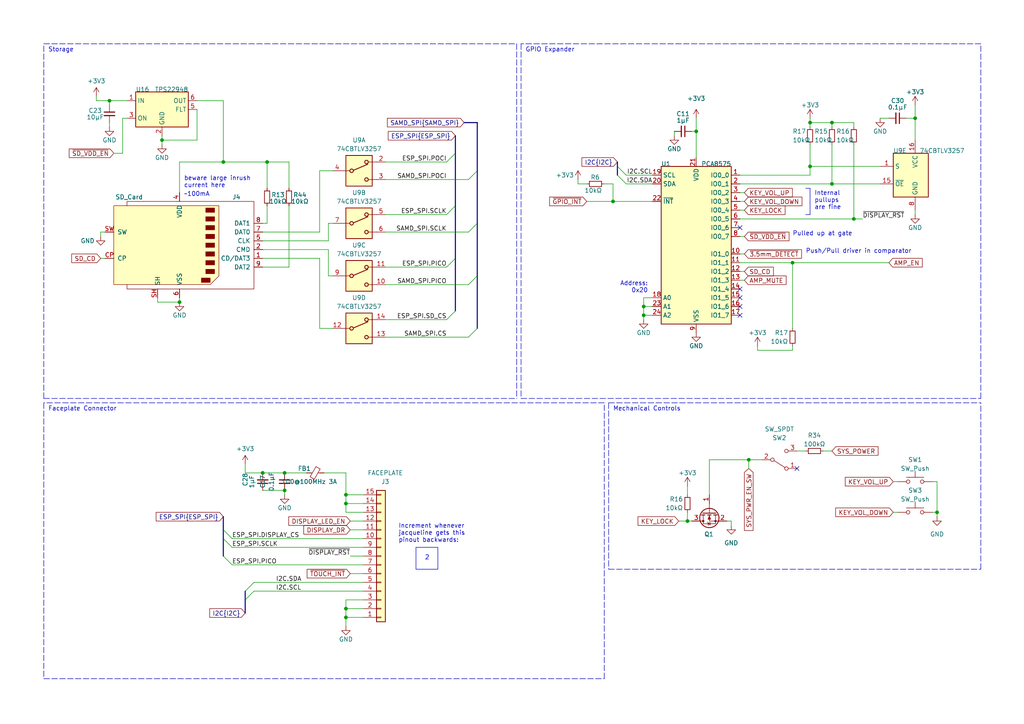
<source format=kicad_sch>
(kicad_sch (version 20230121) (generator eeschema)
  (paper "A4")
  (title_block (title "TANGARA") (date "2023-05-30") (rev "4") (company "made by jacqueline") (comment 1 "SPDX-License-Identifier: CERN-OHL-S-2.0"))
  (lib_symbols
    (symbol "74xx:74CBTLV3257"
      (property "Reference" "U" (at 17.78 1.27 0))
      (property "Value" "74CBTLV3257" (at 15.24 -1.27 0))
      (symbol "74CBTLV3257_1_1"
        (rectangle (start -3.81 4.445) (end 3.81 -4.445) (stroke (width 0.254)) (fill (type background)))
        (circle (center -2.159 0) (radius 0.508) (stroke (width 0.254)))
        (polyline (pts (xy -5.08 0) (xy -2.794 0)))
        (polyline (pts (xy -1.651 0.127) (xy 2.54 1.905)) (stroke (width 0.254)))
        (polyline (pts (xy 5.08 -2.54) (xy 2.794 -2.54)))
        (polyline (pts (xy 5.08 2.54) (xy 2.794 2.54)))
        (circle (center 2.159 -2.54) (radius 0.508) (stroke (width 0.254)))
        (circle (center 2.159 2.54) (radius 0.508) (stroke (width 0.254)))
        (pin passive line (at 7.62 2.54 180) (length 2.54) (name "~") (number "2"))
        (pin passive line (at 7.62 -2.54 180) (length 2.54) (name "~") (number "3"))
        (pin passive line (at -7.62 0 0) (length 2.54) (name "~") (number "4"))
      )
      (symbol "74CBTLV3257_2_1"
        (rectangle (start -3.81 4.445) (end 3.81 -4.445) (stroke (width 0.254)) (fill (type background)))
        (circle (center -2.159 0) (radius 0.508) (stroke (width 0.254)))
        (polyline (pts (xy -5.08 0) (xy -2.794 0)))
        (polyline (pts (xy -1.651 0.127) (xy 2.54 1.905)) (stroke (width 0.254)))
        (polyline (pts (xy 5.08 -2.54) (xy 2.794 -2.54)))
        (polyline (pts (xy 5.08 2.54) (xy 2.794 2.54)))
        (circle (center 2.159 -2.54) (radius 0.508) (stroke (width 0.254)))
        (circle (center 2.159 2.54) (radius 0.508) (stroke (width 0.254)))
        (pin passive line (at 7.62 2.54 180) (length 2.54) (name "~") (number "5"))
        (pin passive line (at 7.62 -2.54 180) (length 2.54) (name "~") (number "6"))
        (pin passive line (at -7.62 0 0) (length 2.54) (name "~") (number "7"))
      )
      (symbol "74CBTLV3257_3_1"
        (rectangle (start -3.81 4.445) (end 3.81 -4.445) (stroke (width 0.254)) (fill (type background)))
        (circle (center -2.159 0) (radius 0.508) (stroke (width 0.254)))
        (polyline (pts (xy -5.08 0) (xy -2.794 0)))
        (polyline (pts (xy -1.651 0.127) (xy 2.54 1.905)) (stroke (width 0.254)))
        (polyline (pts (xy 5.08 -2.54) (xy 2.794 -2.54)))
        (polyline (pts (xy 5.08 2.54) (xy 2.794 2.54)))
        (circle (center 2.159 -2.54) (radius 0.508) (stroke (width 0.254)))
        (circle (center 2.159 2.54) (radius 0.508) (stroke (width 0.254)))
        (pin passive line (at 7.62 -2.54 180) (length 2.54) (name "~") (number "10"))
        (pin passive line (at 7.62 2.54 180) (length 2.54) (name "~") (number "11"))
        (pin passive line (at -7.62 0 0) (length 2.54) (name "~") (number "9"))
      )
      (symbol "74CBTLV3257_4_1"
        (rectangle (start -3.81 4.445) (end 3.81 -4.445) (stroke (width 0.254)) (fill (type background)))
        (circle (center -2.159 0) (radius 0.508) (stroke (width 0.254)))
        (polyline (pts (xy -5.08 0) (xy -2.794 0)))
        (polyline (pts (xy -1.651 0.127) (xy 2.54 1.905)) (stroke (width 0.254)))
        (polyline (pts (xy 5.08 -2.54) (xy 2.794 -2.54)))
        (polyline (pts (xy 5.08 2.54) (xy 2.794 2.54)))
        (circle (center 2.159 -2.54) (radius 0.508) (stroke (width 0.254)))
        (circle (center 2.159 2.54) (radius 0.508) (stroke (width 0.254)))
        (pin passive line (at -7.62 0 0) (length 2.54) (name "~") (number "12"))
        (pin passive line (at 7.62 -2.54 180) (length 2.54) (name "~") (number "13"))
        (pin passive line (at 7.62 2.54 180) (length 2.54) (name "~") (number "14"))
      )
      (symbol "74CBTLV3257_5_1"
        (rectangle (start 3.81 6.35) (end -6.35 -6.35) (stroke (width 0.254)) (fill (type background)))
        (pin input line (at -10.16 2.54 0) (length 3.81) (name "S") (number "1"))
        (pin input line (at -10.16 -2.54 0) (length 3.81) (name "~{OE}") (number "15"))
        (pin power_in line (at 0 10.16 270) (length 3.81) (name "VCC") (number "16"))
        (pin power_in line (at 0 -10.16 90) (length 3.81) (name "GND") (number "8"))
      )
    )
    (symbol "Connector_Generic:Conn_01x15" (pin_names (offset 1.016) hide)
      (property "Reference" "J" (at 0 20.32 0))
      (property "Value" "Conn_01x15" (at 0 -20.32 0))
      (symbol "Conn_01x15_1_1"
        (rectangle (start -1.27 -17.653) (end 0 -17.907) (stroke (width 0.1524)))
        (rectangle (start -1.27 -15.113) (end 0 -15.367) (stroke (width 0.1524)))
        (rectangle (start -1.27 -12.573) (end 0 -12.827) (stroke (width 0.1524)))
        (rectangle (start -1.27 -10.033) (end 0 -10.287) (stroke (width 0.1524)))
        (rectangle (start -1.27 -7.493) (end 0 -7.747) (stroke (width 0.1524)))
        (rectangle (start -1.27 -4.953) (end 0 -5.207) (stroke (width 0.1524)))
        (rectangle (start -1.27 -2.413) (end 0 -2.667) (stroke (width 0.1524)))
        (rectangle (start -1.27 0.127) (end 0 -0.127) (stroke (width 0.1524)))
        (rectangle (start -1.27 2.667) (end 0 2.413) (stroke (width 0.1524)))
        (rectangle (start -1.27 5.207) (end 0 4.953) (stroke (width 0.1524)))
        (rectangle (start -1.27 7.747) (end 0 7.493) (stroke (width 0.1524)))
        (rectangle (start -1.27 10.287) (end 0 10.033) (stroke (width 0.1524)))
        (rectangle (start -1.27 12.827) (end 0 12.573) (stroke (width 0.1524)))
        (rectangle (start -1.27 15.367) (end 0 15.113) (stroke (width 0.1524)))
        (rectangle (start -1.27 17.907) (end 0 17.653) (stroke (width 0.1524)))
        (rectangle (start -1.27 19.05) (end 1.27 -19.05) (stroke (width 0.254)) (fill (type background)))
        (pin passive line (at -5.08 17.78 0) (length 3.81) (name "Pin_1") (number "1"))
        (pin passive line (at -5.08 -5.08 0) (length 3.81) (name "Pin_10") (number "10"))
        (pin passive line (at -5.08 -7.62 0) (length 3.81) (name "Pin_11") (number "11"))
        (pin passive line (at -5.08 -10.16 0) (length 3.81) (name "Pin_12") (number "12"))
        (pin passive line (at -5.08 -12.7 0) (length 3.81) (name "Pin_13") (number "13"))
        (pin passive line (at -5.08 -15.24 0) (length 3.81) (name "Pin_14") (number "14"))
        (pin passive line (at -5.08 -17.78 0) (length 3.81) (name "Pin_15") (number "15"))
        (pin passive line (at -5.08 15.24 0) (length 3.81) (name "Pin_2") (number "2"))
        (pin passive line (at -5.08 12.7 0) (length 3.81) (name "Pin_3") (number "3"))
        (pin passive line (at -5.08 10.16 0) (length 3.81) (name "Pin_4") (number "4"))
        (pin passive line (at -5.08 7.62 0) (length 3.81) (name "Pin_5") (number "5"))
        (pin passive line (at -5.08 5.08 0) (length 3.81) (name "Pin_6") (number "6"))
        (pin passive line (at -5.08 2.54 0) (length 3.81) (name "Pin_7") (number "7"))
        (pin passive line (at -5.08 0 0) (length 3.81) (name "Pin_8") (number "8"))
        (pin passive line (at -5.08 -2.54 0) (length 3.81) (name "Pin_9") (number "9"))
      )
    )
    (symbol "Device:C_Small" (pin_numbers hide) (pin_names (offset 0.254) hide)
      (property "Reference" "C" (at 0.254 1.778 0))
      (property "Value" "C_Small" (at 0.254 -2.032 0))
      (symbol "C_Small_0_1"
        (polyline (pts (xy -1.524 -0.508) (xy 1.524 -0.508)) (stroke (width 0.3302)))
        (polyline (pts (xy -1.524 0.508) (xy 1.524 0.508)) (stroke (width 0.3048)))
      )
      (symbol "C_Small_1_1"
        (pin passive line (at 0 2.54 270) (length 2.032) (name "~") (number "1"))
        (pin passive line (at 0 -2.54 90) (length 2.032) (name "~") (number "2"))
      )
    )
    (symbol "Device:Ferrite_Bead_Small" (pin_numbers hide) (pin_names (offset 0))
      (property "Reference" "FB" (at 1.905 1.27 0))
      (property "Value" "Device_Ferrite_Bead_Small" (at 1.905 -1.27 0))
      (symbol "Ferrite_Bead_Small_0_1"
        (polyline (pts (xy 0 -1.27) (xy 0 -0.7874)))
        (polyline (pts (xy 0 0.889) (xy 0 1.2954)))
        (polyline (pts (xy -1.8288 0.2794) (xy -1.1176 1.4986) (xy 1.8288 -0.2032) (xy 1.1176 -1.4224) (xy -1.8288 0.2794)))
      )
      (symbol "Ferrite_Bead_Small_1_1"
        (pin passive line (at 0 2.54 270) (length 1.27) (name "~") (number "1"))
        (pin passive line (at 0 -2.54 90) (length 1.27) (name "~") (number "2"))
      )
    )
    (symbol "Device:Q_NMOS_GSD" (pin_names (offset 0) hide)
      (property "Reference" "Q" (at 5.08 1.27 0))
      (property "Value" "Q_NMOS_GSD" (at 5.08 -1.27 0))
      (symbol "Q_NMOS_GSD_0_1"
        (polyline (pts (xy 0.254 0) (xy -2.54 0)))
        (polyline (pts (xy 0.254 1.905) (xy 0.254 -1.905)) (stroke (width 0.254)))
        (polyline (pts (xy 0.762 -1.27) (xy 0.762 -2.286)) (stroke (width 0.254)))
        (polyline (pts (xy 0.762 0.508) (xy 0.762 -0.508)) (stroke (width 0.254)))
        (polyline (pts (xy 0.762 2.286) (xy 0.762 1.27)) (stroke (width 0.254)))
        (polyline (pts (xy 2.54 2.54) (xy 2.54 1.778)))
        (polyline (pts (xy 2.54 -2.54) (xy 2.54 0) (xy 0.762 0)))
        (polyline (pts (xy 0.762 -1.778) (xy 3.302 -1.778) (xy 3.302 1.778) (xy 0.762 1.778)))
        (polyline (pts (xy 1.016 0) (xy 2.032 0.381) (xy 2.032 -0.381) (xy 1.016 0)) (fill (type outline)))
        (polyline (pts (xy 2.794 0.508) (xy 2.921 0.381) (xy 3.683 0.381) (xy 3.81 0.254)))
        (polyline (pts (xy 3.302 0.381) (xy 2.921 -0.254) (xy 3.683 -0.254) (xy 3.302 0.381)))
        (circle (center 1.651 0) (radius 2.794) (stroke (width 0.254)))
        (circle (center 2.54 -1.778) (radius 0.254) (fill (type outline)))
        (circle (center 2.54 1.778) (radius 0.254) (fill (type outline)))
      )
      (symbol "Q_NMOS_GSD_1_1"
        (pin input line (at -5.08 0 0) (length 2.54) (name "G") (number "1"))
        (pin passive line (at 2.54 -5.08 90) (length 2.54) (name "S") (number "2"))
        (pin passive line (at 2.54 5.08 270) (length 2.54) (name "D") (number "3"))
      )
    )
    (symbol "Device:R_Small" (pin_numbers hide) (pin_names (offset 0.254) hide)
      (property "Reference" "R" (at 0.762 0.508 0))
      (property "Value" "R_Small" (at 0.762 -1.016 0))
      (symbol "R_Small_0_1"
        (rectangle (start -0.762 1.778) (end 0.762 -1.778) (stroke (width 0.2032)))
      )
      (symbol "R_Small_1_1"
        (pin passive line (at 0 2.54 270) (length 0.762) (name "~") (number "1"))
        (pin passive line (at 0 -2.54 90) (length 0.762) (name "~") (number "2"))
      )
    )
    (symbol "Switch:SW_Push" (pin_numbers hide) (pin_names (offset 1.016) hide)
      (property "Reference" "SW" (at 1.27 2.54 0))
      (property "Value" "SW_Push" (at 0 -1.524 0))
      (symbol "SW_Push_0_1"
        (circle (center -2.032 0) (radius 0.508))
        (polyline (pts (xy 0 1.27) (xy 0 3.048)))
        (polyline (pts (xy 2.54 1.27) (xy -2.54 1.27)))
        (circle (center 2.032 0) (radius 0.508))
        (pin passive line (at -5.08 0 0) (length 2.54) (name "1") (number "1"))
        (pin passive line (at 5.08 0 180) (length 2.54) (name "2") (number "2"))
      )
    )
    (symbol "Switch:SW_SPDT" (pin_names (offset 0) hide)
      (property "Reference" "SW" (at 0 4.318 0))
      (property "Value" "SW_SPDT" (at 0 -5.08 0))
      (symbol "SW_SPDT_0_0"
        (circle (center -2.032 0) (radius 0.508))
        (circle (center 2.032 -2.54) (radius 0.508))
      )
      (symbol "SW_SPDT_0_1"
        (polyline (pts (xy -1.524 0.254) (xy 1.651 2.286)))
        (circle (center 2.032 2.54) (radius 0.508))
      )
      (symbol "SW_SPDT_1_1"
        (pin passive line (at 5.08 2.54 180) (length 2.54) (name "A") (number "1"))
        (pin passive line (at -5.08 0 0) (length 2.54) (name "B") (number "2"))
        (pin passive line (at 5.08 -2.54 180) (length 2.54) (name "C") (number "3"))
      )
    )
    (symbol "power:+3V3" (power) (pin_names (offset 0))
      (property "Value" "+3V3" (at 0 3.556 0))
      (symbol "+3V3_0_1"
        (polyline (pts (xy -0.762 1.27) (xy 0 2.54)))
        (polyline (pts (xy 0 0) (xy 0 2.54)))
        (polyline (pts (xy 0 2.54) (xy 0.762 1.27)))
      )
      (symbol "+3V3_1_1"
        (pin power_in line (at 0 0 90) (length 0) hide (name "+3V3") (number "1"))
      )
    )
    (symbol "power:GND" (power) (pin_names (offset 0))
      (property "Value" "GND" (at 0 -3.81 0))
      (symbol "GND_0_1"
        (polyline (pts (xy 0 0) (xy 0 -1.27) (xy 1.27 -1.27) (xy 0 -2.54) (xy -1.27 -1.27) (xy 0 -1.27)))
      )
      (symbol "GND_1_1"
        (pin power_in line (at 0 0 270) (length 0) hide (name "GND") (number "1"))
      )
    )
    (symbol "symbols:PCA8575BS"
      (property "Reference" "U" (at -8.89 24.13 0))
      (property "Value" "PCA8575BS" (at 6.35 24.13 0))
      (symbol "PCA8575BS_0_1"
        (rectangle (start -10.16 22.86) (end 10.16 -22.86) (stroke (width 0.254)) (fill (type background)))
      )
      (symbol "PCA8575BS_1_0"
        (pin power_in line (at 0 -25.4 90) (length 2.54) hide (name "EP") (number "25"))
      )
      (symbol "PCA8575BS_1_1"
        (pin bidirectional line (at 12.7 20.32 180) (length 2.54) (name "IO0_0") (number "1"))
        (pin bidirectional line (at 12.7 -2.54 180) (length 2.54) (name "IO1_0") (number "10"))
        (pin bidirectional line (at 12.7 -5.08 180) (length 2.54) (name "IO1_1") (number "11"))
        (pin bidirectional line (at 12.7 -7.62 180) (length 2.54) (name "IO1_2") (number "12"))
        (pin bidirectional line (at 12.7 -10.16 180) (length 2.54) (name "IO1_3") (number "13"))
        (pin bidirectional line (at 12.7 -12.7 180) (length 2.54) (name "IO1_4") (number "14"))
        (pin bidirectional line (at 12.7 -15.24 180) (length 2.54) (name "IO1_5") (number "15"))
        (pin bidirectional line (at 12.7 -17.78 180) (length 2.54) (name "IO1_6") (number "16"))
        (pin bidirectional line (at 12.7 -20.32 180) (length 2.54) (name "IO1_7") (number "17"))
        (pin input line (at -12.7 -15.24 0) (length 2.54) (name "A0") (number "18"))
        (pin input line (at -12.7 20.32 0) (length 2.54) (name "SCL") (number "19"))
        (pin bidirectional line (at 12.7 17.78 180) (length 2.54) (name "IO0_1") (number "2"))
        (pin bidirectional line (at -12.7 17.78 0) (length 2.54) (name "SDA") (number "20"))
        (pin power_in line (at 0 25.4 270) (length 2.54) (name "VDD") (number "21"))
        (pin open_collector line (at -12.7 12.7 0) (length 2.54) (name "~{INT}") (number "22"))
        (pin input line (at -12.7 -17.78 0) (length 2.54) (name "A1") (number "23"))
        (pin input line (at -12.7 -20.32 0) (length 2.54) (name "A2") (number "24"))
        (pin bidirectional line (at 12.7 15.24 180) (length 2.54) (name "IO0_2") (number "3"))
        (pin bidirectional line (at 12.7 12.7 180) (length 2.54) (name "IO0_3") (number "4"))
        (pin bidirectional line (at 12.7 10.16 180) (length 2.54) (name "IO0_4") (number "5"))
        (pin bidirectional line (at 12.7 7.62 180) (length 2.54) (name "IO0_5") (number "6"))
        (pin bidirectional line (at 12.7 5.08 180) (length 2.54) (name "IO0_6") (number "7"))
        (pin bidirectional line (at 12.7 2.54 180) (length 2.54) (name "IO0_7") (number "8"))
        (pin power_in line (at 0 -25.4 90) (length 2.54) (name "VSS") (number "9"))
      )
    )
    (symbol "symbols:SD_Card" (pin_names (offset 1.016))
      (property "Reference" "J" (at -16.51 13.97 0))
      (property "Value" "SD_Card" (at 15.24 -13.97 0))
      (symbol "SD_Card_0_1"
        (rectangle (start -8.89 -9.525) (end -6.35 -10.795) (fill (type outline)))
        (rectangle (start -8.89 -6.985) (end -6.35 -8.255) (fill (type outline)))
        (rectangle (start -8.89 -4.445) (end -6.35 -5.715) (fill (type outline)))
        (rectangle (start -8.89 -1.905) (end -6.35 -3.175) (fill (type outline)))
        (rectangle (start -8.89 0.635) (end -6.35 -0.635) (fill (type outline)))
        (rectangle (start -8.89 3.175) (end -6.35 1.905) (fill (type outline)))
        (rectangle (start -8.89 5.715) (end -6.35 4.445) (fill (type outline)))
        (rectangle (start -8.89 8.255) (end -6.35 6.985) (fill (type outline)))
        (rectangle (start -7.62 10.795) (end -5.08 9.525) (fill (type outline)))
        (polyline (pts (xy -10.16 8.89) (xy -7.62 11.43) (xy 20.32 11.43) (xy 20.32 -11.43) (xy -10.16 -11.43) (xy -10.16 8.89)) (fill (type background)))
        (polyline (pts (xy 16.51 11.43) (xy 16.51 12.7) (xy -20.32 12.7) (xy -20.32 -12.7) (xy 16.51 -12.7) (xy 16.51 -11.43)))
      )
      (symbol "SD_Card_1_1"
        (pin input line (at -22.86 3.81 0) (length 2.54) (name "CD/DAT3") (number "1"))
        (pin input line (at -22.86 1.27 0) (length 2.54) (name "CMD") (number "2"))
        (pin power_in line (at 1.27 15.24 270) (length 2.54) hide (name "VSS") (number "3"))
        (pin power_in line (at 1.27 -15.24 90) (length 2.54) (name "VDD") (number "4"))
        (pin input line (at -22.86 -1.27 0) (length 2.54) (name "CLK") (number "5"))
        (pin power_in line (at 1.27 15.24 270) (length 2.54) (name "VSS") (number "6"))
        (pin input line (at -22.86 -3.81 0) (length 2.54) (name "DAT0") (number "7"))
        (pin input line (at -22.86 -6.35 0) (length 2.54) (name "DAT1") (number "8"))
        (pin input line (at -22.86 6.35 0) (length 2.54) (name "DAT2") (number "9"))
        (pin input line (at 22.86 3.81 180) (length 2.54) (name "CP") (number "CP"))
        (pin input line (at 7.62 15.24 270) (length 2.54) (name "SH") (number "SH"))
        (pin input line (at 22.86 -3.81 180) (length 2.54) (name "SW") (number "SW"))
      )
    )
    (symbol "symbols:TPS22917DBV"
      (property "Reference" "U" (at -6.35 6.35 0))
      (property "Value" "TPS22948" (at 2.54 6.35 0))
      (symbol "TPS22917DBV_0_1"
        (rectangle (start -7.62 5.08) (end 7.62 -5.08) (stroke (width 0.254)) (fill (type background)))
      )
      (symbol "TPS22917DBV_1_1"
        (pin power_in line (at -10.16 2.54 0) (length 2.54) (name "IN") (number "1"))
        (pin power_in line (at 0 -7.62 90) (length 2.54) (name "GND") (number "2"))
        (pin input line (at -10.16 -2.54 0) (length 2.54) (name "ON") (number "3"))
        (pin no_connect line (at -7.62 0 0) (length 2.54) hide (name "NC") (number "4"))
        (pin open_collector line (at 10.16 0 180) (length 2.54) (name "FLT") (number "5"))
        (pin power_out line (at 10.16 2.54 180) (length 2.54) (name "OUT") (number "6"))
      )
    )
  )
  (junction (at 82.55 137.16))
  (junction (at 217.17 133.35))
  (junction (at 186.69 91.44))
  (junction (at 100.33 146.05))
  (junction (at 46.99 40.64))
  (junction (at 64.77 46.99))
  (junction (at 52.07 87.63))
  (junction (at 100.33 176.53))
  (junction (at 234.95 48.26))
  (junction (at 100.33 179.07))
  (junction (at 265.43 34.29))
  (junction (at 199.39 151.13))
  (junction (at 76.2 137.16))
  (junction (at 82.55 142.24))
  (junction (at 234.95 35.56))
  (junction (at 241.3 53.34))
  (junction (at 100.33 143.51))
  (junction (at 229.87 76.2))
  (junction (at 271.78 148.59))
  (junction (at 31.75 29.21))
  (junction (at 201.93 38.1))
  (junction (at 186.69 88.9))
  (junction (at 241.3 35.56))
  (junction (at 247.65 63.5))
  (junction (at 77.47 46.99))
  (junction (at 177.8 58.42))
  (no_connect (at 214.63 86.36))
  (no_connect (at 214.63 83.82))
  (no_connect (at 231.14 135.89))
  (no_connect (at 214.63 91.44))
  (no_connect (at 214.63 88.9))
  (no_connect (at 214.63 66.04))
  (bus_entry (at 67.31 158.75) (size -2.54 -2.54))
  (bus_entry (at 179.07 48.26) (size 2.54 2.54))
  (bus_entry (at 129.54 77.47) (size 2.54 -2.54))
  (bus_entry (at 129.54 92.71) (size 2.54 -2.54))
  (bus_entry (at 129.54 46.99) (size 2.54 -2.54))
  (bus_entry (at 129.54 62.23) (size 2.54 -2.54))
  (bus_entry (at 179.07 50.8) (size 2.54 2.54))
  (bus_entry (at 135.89 52.07) (size 2.54 -2.54))
  (bus_entry (at 135.89 82.55) (size 2.54 -2.54))
  (bus_entry (at 135.89 67.31) (size 2.54 -2.54))
  (bus_entry (at 67.31 163.83) (size -2.54 -2.54))
  (bus_entry (at 71.12 171.45) (size 2.54 -2.54))
  (bus_entry (at 71.12 173.99) (size 2.54 -2.54))
  (bus_entry (at 135.89 97.79) (size 2.54 -2.54))
  (bus_entry (at 67.31 156.21) (size -2.54 -2.54))
  (wire (pts (xy 186.69 88.9) (xy 186.69 91.44)))
  (wire (pts (xy 186.69 91.44) (xy 186.69 92.71)))
  (bus (pts (xy 64.77 153.67) (xy 64.77 156.21)))
  (wire (pts (xy 271.78 139.7) (xy 271.78 148.59)))
  (wire (pts (xy 67.31 156.21) (xy 105.41 156.21)))
  (polyline (pts (xy 12.7 12.7) (xy 149.86 12.7)) (stroke (width 0) (type dash)))
  (polyline (pts (xy 176.53 116.84) (xy 176.53 165.1)) (stroke (width 0) (type dash)))
  (wire (pts (xy 219.71 100.33) (xy 219.71 101.6)))
  (wire (pts (xy 93.98 137.16) (xy 100.33 137.16)))
  (wire (pts (xy 234.95 41.91) (xy 234.95 48.26)))
  (wire (pts (xy 76.2 142.24) (xy 82.55 142.24)))
  (wire (pts (xy 250.19 63.5) (xy 247.65 63.5)))
  (bus (pts (xy 134.62 35.56) (xy 138.43 35.56)))
  (polyline (pts (xy 234.95 62.23) (xy 234.95 54.61)))
  (wire (pts (xy 199.39 140.97) (xy 199.39 143.51)))
  (wire (pts (xy 100.33 179.07) (xy 105.41 179.07)))
  (bus (pts (xy 71.12 171.45) (xy 71.12 173.99)))
  (wire (pts (xy 52.07 87.63) (xy 52.07 86.36)))
  (wire (pts (xy 265.43 30.48) (xy 265.43 34.29)))
  (wire (pts (xy 201.93 34.29) (xy 201.93 38.1)))
  (wire (pts (xy 92.71 49.53) (xy 92.71 67.31)))
  (wire (pts (xy 57.15 40.64) (xy 46.99 40.64)))
  (wire (pts (xy 214.63 76.2) (xy 229.87 76.2)))
  (wire (pts (xy 57.15 29.21) (xy 64.77 29.21)))
  (wire (pts (xy 101.6 153.67) (xy 105.41 153.67)))
  (wire (pts (xy 177.8 53.34) (xy 177.8 58.42)))
  (wire (pts (xy 77.47 46.99) (xy 83.82 46.99)))
  (wire (pts (xy 217.17 135.89) (xy 217.17 133.35)))
  (wire (pts (xy 215.9 81.28) (xy 214.63 81.28)))
  (bus (pts (xy 132.08 44.45) (xy 132.08 59.69)))
  (wire (pts (xy 270.51 148.59) (xy 271.78 148.59)))
  (wire (pts (xy 234.95 50.8) (xy 234.95 48.26)))
  (wire (pts (xy 31.75 35.56) (xy 31.75 36.83)))
  (wire (pts (xy 175.26 53.34) (xy 177.8 53.34)))
  (wire (pts (xy 241.3 35.56) (xy 247.65 35.56)))
  (polyline (pts (xy 176.53 116.84) (xy 284.48 116.84)) (stroke (width 0) (type dash)))
  (wire (pts (xy 214.63 58.42) (xy 215.9 58.42)))
  (wire (pts (xy 35.56 34.29) (xy 35.56 44.45)))
  (wire (pts (xy 170.18 58.42) (xy 177.8 58.42)))
  (wire (pts (xy 217.17 133.35) (xy 205.74 133.35)))
  (wire (pts (xy 214.63 53.34) (xy 241.3 53.34)))
  (wire (pts (xy 95.25 72.39) (xy 95.25 80.01)))
  (polyline (pts (xy 151.13 12.7) (xy 151.13 115.57)) (stroke (width 0) (type dash)))
  (wire (pts (xy 199.39 151.13) (xy 200.66 151.13)))
  (wire (pts (xy 247.65 41.91) (xy 247.65 63.5)))
  (wire (pts (xy 76.2 137.16) (xy 82.55 137.16)))
  (wire (pts (xy 100.33 181.61) (xy 100.33 179.07)))
  (wire (pts (xy 67.31 158.75) (xy 105.41 158.75)))
  (wire (pts (xy 181.61 53.34) (xy 189.23 53.34)))
  (wire (pts (xy 31.75 29.21) (xy 31.75 30.48)))
  (wire (pts (xy 100.33 176.53) (xy 100.33 179.07)))
  (wire (pts (xy 92.71 74.93) (xy 92.71 95.25)))
  (wire (pts (xy 100.33 137.16) (xy 100.33 143.51)))
  (wire (pts (xy 45.72 86.36) (xy 45.72 87.63)))
  (wire (pts (xy 111.76 97.79) (xy 135.89 97.79)))
  (wire (pts (xy 167.64 53.34) (xy 170.18 53.34)))
  (wire (pts (xy 76.2 67.31) (xy 92.71 67.31)))
  (wire (pts (xy 29.21 67.31) (xy 29.21 68.58)))
  (polyline (pts (xy 151.13 115.57) (xy 284.48 115.57)) (stroke (width 0) (type dash)))
  (wire (pts (xy 71.12 137.16) (xy 76.2 137.16)))
  (wire (pts (xy 46.99 39.37) (xy 46.99 40.64)))
  (wire (pts (xy 247.65 35.56) (xy 247.65 36.83)))
  (bus (pts (xy 132.08 74.93) (xy 132.08 90.17)))
  (wire (pts (xy 189.23 88.9) (xy 186.69 88.9)))
  (wire (pts (xy 64.77 29.21) (xy 64.77 46.99)))
  (wire (pts (xy 189.23 86.36) (xy 186.69 86.36)))
  (wire (pts (xy 270.51 139.7) (xy 271.78 139.7)))
  (wire (pts (xy 200.66 38.1) (xy 201.93 38.1)))
  (bus (pts (xy 138.43 35.56) (xy 138.43 49.53)))
  (wire (pts (xy 95.25 80.01) (xy 96.52 80.01)))
  (wire (pts (xy 71.12 134.62) (xy 71.12 137.16)))
  (wire (pts (xy 229.87 100.33) (xy 229.87 101.6)))
  (bus (pts (xy 179.07 46.99) (xy 179.07 48.26)))
  (wire (pts (xy 101.6 161.29) (xy 105.41 161.29)))
  (wire (pts (xy 92.71 95.25) (xy 96.52 95.25)))
  (wire (pts (xy 33.02 44.45) (xy 35.56 44.45)))
  (wire (pts (xy 64.77 46.99) (xy 77.47 46.99)))
  (wire (pts (xy 212.09 152.4) (xy 212.09 151.13)))
  (polyline (pts (xy 284.48 165.1) (xy 284.48 116.84)) (stroke (width 0) (type dash)))
  (wire (pts (xy 215.9 68.58) (xy 214.63 68.58)))
  (wire (pts (xy 199.39 148.59) (xy 199.39 151.13)))
  (wire (pts (xy 255.27 34.29) (xy 257.81 34.29)))
  (wire (pts (xy 77.47 46.99) (xy 77.47 54.61)))
  (wire (pts (xy 196.85 151.13) (xy 199.39 151.13)))
  (wire (pts (xy 214.63 55.88) (xy 215.9 55.88)))
  (wire (pts (xy 95.25 69.85) (xy 95.25 64.77)))
  (wire (pts (xy 234.95 48.26) (xy 255.27 48.26)))
  (wire (pts (xy 214.63 50.8) (xy 234.95 50.8)))
  (wire (pts (xy 111.76 92.71) (xy 129.54 92.71)))
  (wire (pts (xy 57.15 31.75) (xy 57.15 40.64)))
  (wire (pts (xy 234.95 35.56) (xy 234.95 36.83)))
  (polyline (pts (xy 12.7 196.85) (xy 175.26 196.85)) (stroke (width 0) (type dash)))
  (wire (pts (xy 100.33 143.51) (xy 105.41 143.51)))
  (wire (pts (xy 177.8 58.42) (xy 189.23 58.42)))
  (wire (pts (xy 111.76 77.47) (xy 129.54 77.47)))
  (wire (pts (xy 111.76 52.07) (xy 135.89 52.07)))
  (wire (pts (xy 101.6 166.37) (xy 105.41 166.37)))
  (wire (pts (xy 73.66 171.45) (xy 105.41 171.45)))
  (bus (pts (xy 179.07 48.26) (xy 179.07 50.8)))
  (wire (pts (xy 195.58 38.1) (xy 195.58 39.37)))
  (wire (pts (xy 167.64 52.07) (xy 167.64 53.34)))
  (wire (pts (xy 83.82 54.61) (xy 83.82 46.99)))
  (wire (pts (xy 219.71 101.6) (xy 229.87 101.6)))
  (wire (pts (xy 212.09 151.13) (xy 210.82 151.13)))
  (wire (pts (xy 215.9 73.66) (xy 214.63 73.66)))
  (polyline (pts (xy 12.7 115.57) (xy 149.86 115.57)) (stroke (width 0) (type dash)))
  (wire (pts (xy 247.65 63.5) (xy 214.63 63.5)))
  (wire (pts (xy 205.74 133.35) (xy 205.74 143.51)))
  (bus (pts (xy 138.43 64.77) (xy 138.43 80.01)))
  (wire (pts (xy 241.3 53.34) (xy 255.27 53.34)))
  (wire (pts (xy 229.87 76.2) (xy 257.81 76.2)))
  (polyline (pts (xy 175.26 196.85) (xy 175.26 116.84)) (stroke (width 0) (type dash)))
  (wire (pts (xy 100.33 148.59) (xy 100.33 146.05)))
  (wire (pts (xy 265.43 34.29) (xy 265.43 40.64)))
  (polyline (pts (xy 12.7 115.57) (xy 12.7 12.7)) (stroke (width 0) (type dash)))
  (wire (pts (xy 105.41 146.05) (xy 100.33 146.05)))
  (polyline (pts (xy 176.53 165.1) (xy 284.48 165.1)) (stroke (width 0) (type dash)))
  (wire (pts (xy 265.43 62.23) (xy 265.43 60.96)))
  (wire (pts (xy 46.99 41.91) (xy 46.99 40.64)))
  (wire (pts (xy 111.76 82.55) (xy 135.89 82.55)))
  (polyline (pts (xy 12.7 116.84) (xy 12.7 196.85)) (stroke (width 0) (type dash)))
  (wire (pts (xy 220.98 133.35) (xy 217.17 133.35)))
  (bus (pts (xy 64.77 156.21) (xy 64.77 161.29)))
  (bus (pts (xy 132.08 39.37) (xy 132.08 44.45)))
  (wire (pts (xy 73.66 168.91) (xy 105.41 168.91)))
  (wire (pts (xy 52.07 55.88) (xy 52.07 46.99)))
  (wire (pts (xy 27.94 29.21) (xy 31.75 29.21)))
  (wire (pts (xy 111.76 67.31) (xy 135.89 67.31)))
  (polyline (pts (xy 175.26 116.84) (xy 12.7 116.84)) (stroke (width 0) (type dash)))
  (wire (pts (xy 77.47 59.69) (xy 77.47 64.77)))
  (wire (pts (xy 201.93 38.1) (xy 201.93 45.72)))
  (wire (pts (xy 234.95 35.56) (xy 241.3 35.56)))
  (wire (pts (xy 82.55 142.24) (xy 82.55 143.51)))
  (polyline (pts (xy 233.68 62.23) (xy 234.95 62.23)))
  (bus (pts (xy 132.08 59.69) (xy 132.08 74.93)))
  (wire (pts (xy 36.83 34.29) (xy 35.56 34.29)))
  (wire (pts (xy 101.6 151.13) (xy 105.41 151.13)))
  (wire (pts (xy 83.82 59.69) (xy 83.82 77.47)))
  (wire (pts (xy 96.52 49.53) (xy 92.71 49.53)))
  (wire (pts (xy 31.75 29.21) (xy 36.83 29.21)))
  (wire (pts (xy 76.2 64.77) (xy 77.47 64.77)))
  (wire (pts (xy 231.14 130.81) (xy 233.68 130.81)))
  (polyline (pts (xy 284.48 12.7) (xy 151.13 12.7)) (stroke (width 0) (type dash)))
  (wire (pts (xy 30.48 67.31) (xy 29.21 67.31)))
  (wire (pts (xy 76.2 72.39) (xy 95.25 72.39)))
  (polyline (pts (xy 233.68 54.61) (xy 234.95 54.61)))
  (wire (pts (xy 105.41 148.59) (xy 100.33 148.59)))
  (wire (pts (xy 241.3 41.91) (xy 241.3 53.34)))
  (wire (pts (xy 262.89 34.29) (xy 265.43 34.29)))
  (wire (pts (xy 100.33 173.99) (xy 100.33 176.53)))
  (wire (pts (xy 76.2 74.93) (xy 92.71 74.93)))
  (polyline (pts (xy 149.86 12.7) (xy 149.86 115.57)) (stroke (width 0) (type dash)))
  (wire (pts (xy 111.76 46.99) (xy 129.54 46.99)))
  (wire (pts (xy 215.9 78.74) (xy 214.63 78.74)))
  (wire (pts (xy 234.95 34.29) (xy 234.95 35.56)))
  (wire (pts (xy 82.55 137.16) (xy 88.9 137.16)))
  (wire (pts (xy 111.76 62.23) (xy 129.54 62.23)))
  (bus (pts (xy 64.77 149.86) (xy 64.77 153.67)))
  (wire (pts (xy 76.2 69.85) (xy 95.25 69.85)))
  (wire (pts (xy 181.61 50.8) (xy 189.23 50.8)))
  (wire (pts (xy 95.25 64.77) (xy 96.52 64.77)))
  (bus (pts (xy 71.12 173.99) (xy 71.12 177.8)))
  (wire (pts (xy 100.33 146.05) (xy 100.33 143.51)))
  (wire (pts (xy 189.23 91.44) (xy 186.69 91.44)))
  (wire (pts (xy 45.72 87.63) (xy 52.07 87.63)))
  (wire (pts (xy 271.78 148.59) (xy 271.78 149.86)))
  (polyline (pts (xy 284.48 115.57) (xy 284.48 12.7)) (stroke (width 0) (type dash)))
  (wire (pts (xy 27.94 27.94) (xy 27.94 29.21)))
  (wire (pts (xy 186.69 86.36) (xy 186.69 88.9)))
  (wire (pts (xy 259.08 139.7) (xy 260.35 139.7)))
  (wire (pts (xy 52.07 46.99) (xy 64.77 46.99)))
  (bus (pts (xy 138.43 49.53) (xy 138.43 64.77)))
  (wire (pts (xy 215.9 60.96) (xy 214.63 60.96)))
  (wire (pts (xy 105.41 176.53) (xy 100.33 176.53)))
  (wire (pts (xy 76.2 77.47) (xy 83.82 77.47)))
  (wire (pts (xy 105.41 173.99) (xy 100.33 173.99)))
  (wire (pts (xy 241.3 130.81) (xy 238.76 130.81)))
  (wire (pts (xy 259.08 148.59) (xy 260.35 148.59)))
  (bus (pts (xy 138.43 80.01) (xy 138.43 95.25)))
  (wire (pts (xy 67.31 163.83) (xy 105.41 163.83)))
  (wire (pts (xy 241.3 35.56) (xy 241.3 36.83)))
  (wire (pts (xy 229.87 76.2) (xy 229.87 95.25)))
  (wire (pts (xy 29.21 74.93) (xy 30.48 74.93)))
  (rectangle (start 120.65 158.75) (end 127 165.1))
  (text "GPIO Expander" (at 152.4 15.24 0) (effects (font (size 1.27 1.27)) (justify left bottom)))
  (text "beware large inrush\ncurrent here" (at 53.34 54.61 0) (effects (font (size 1.27 1.27)) (justify left bottom)))
  (text "Internal\npullups\nare fine" (at 236.22 60.96 0) (effects (font (size 1.27 1.27)) (justify left bottom)))
  (text "~100mA" (at 53.34 57.15 0) (effects (font (size 1.27 1.27)) (justify left bottom)))
  (text "Increment whenever\njacqueline gets this\npinout backwards:" (at 115.57 157.48 0) (effects (font (size 1.27 1.27)) (justify left bottom)))
  (text "Pulled up at gate" (at 229.87 68.58 0) (effects (font (size 1.27 1.27)) (justify left bottom)))
  (text "Storage" (at 13.97 15.24 0) (effects (font (size 1.27 1.27)) (justify left bottom)))
  (text "Mechanical Controls" (at 177.8 119.38 0) (effects (font (size 1.27 1.27)) (justify left bottom)))
  (text "2" (at 123.19 162.56 0) (effects (font (size 1.27 1.27)) (justify left bottom)))
  (text "Push/Pull driver in comparator" (at 233.68 73.66 0) (effects (font (size 1.27 1.27)) (justify left bottom)))
  (text "Faceplate Connector" (at 13.97 119.38 0) (effects (font (size 1.27 1.27)) (justify left bottom)))
  (text "Address:\n0x20" (at 187.96 85.09 0) (effects (font (size 1.27 1.27)) (justify right bottom)))
  (label "SAMD_SPI.POCI" (at 129.54 52.07 180))
  (label "I2C.SDA" (at 80.01 168.91 0))
  (label "I2C.SCL" (at 189.23 50.8 180))
  (label "SAMD_SPI.PICO" (at 129.54 82.55 180))
  (label "ESP_SPI.PICO" (at 129.54 77.47 180))
  (label "ESP_SPI.SD_CS" (at 129.54 92.71 180))
  (label "ESP_SPI.POCI" (at 129.54 46.99 180))
  (label "ESP_SPI.PICO" (at 67.31 163.83 0))
  (label "SAMD_SPI.SCLK" (at 129.54 67.31 180))
  (label "~{DISPLAY_RST}" (at 101.6 161.29 180) (property "Intersheetrefs" "${INTERSHEET_REFS}" (effects hide)))
  (label "ESP_SPI.DISPLAY_CS" (at 67.31 156.21 0))
  (label "SAMD_SPI.CS" (at 129.54 97.79 180))
  (label "ESP_SPI.SCLK" (at 67.31 158.75 0))
  (label "I2C.SDA" (at 189.23 53.34 180))
  (label "~{DISPLAY_RST}" (at 250.19 63.5 0) (property "Intersheetrefs" "${INTERSHEET_REFS}" (effects hide)))
  (label "ESP_SPI.SCLK" (at 129.54 62.23 180))
  (label "I2C.SCL" (at 80.01 171.45 0))
  (global_label "ESP_SPI{ESP_SPI}" (shape input) (at 132.08 39.37 180) (property "Intersheetrefs" "${INTERSHEET_REFS}" (effects hide)))
  (global_label "DISPLAY_LED_EN" (shape input) (at 101.6 151.13 180) (property "Intersheetrefs" "${INTERSHEET_REFS}" (effects hide)))
  (global_label "KEY_VOL_DOWN" (shape input) (at 259.08 148.59 180) (property "Intersheetrefs" "${INTERSHEET_REFS}" (effects hide)))
  (global_label "SYS_POWER" (shape input) (at 241.3 130.81 0) (property "Intersheetrefs" "${INTERSHEET_REFS}" (effects hide)))
  (global_label "SD_CD" (shape input) (at 29.21 74.93 180) (property "Intersheetrefs" "${INTERSHEET_REFS}" (effects hide)))
  (global_label "KEY_LOCK" (shape input) (at 215.9 60.96 0) (property "Intersheetrefs" "${INTERSHEET_REFS}" (effects hide)))
  (global_label "SD_CD" (shape input) (at 215.9 78.74 0) (property "Intersheetrefs" "${INTERSHEET_REFS}" (effects hide)))
  (global_label "I2C{I2C}" (shape input) (at 71.12 177.8 180) (property "Intersheetrefs" "${INTERSHEET_REFS}" (effects hide)))
  (global_label "SAMD_SPI{SAMD_SPI}" (shape input) (at 134.62 35.56 180) (property "Intersheetrefs" "${INTERSHEET_REFS}" (effects hide)))
  (global_label "KEY_VOL_UP" (shape input) (at 215.9 55.88 0) (property "Intersheetrefs" "${INTERSHEET_REFS}" (effects hide)))
  (global_label "AMP_MUTE" (shape input) (at 215.9 81.28 0) (property "Intersheetrefs" "${INTERSHEET_REFS}" (effects hide)))
  (global_label "~{SD_VDD_EN}" (shape input) (at 33.02 44.45 180) (property "Intersheetrefs" "${INTERSHEET_REFS}" (effects hide)))
  (global_label "~{3.5mm_DETECT}" (shape input) (at 215.9 73.66 0) (property "Intersheetrefs" "${INTERSHEET_REFS}" (effects hide)))
  (global_label "KEY_LOCK" (shape input) (at 196.85 151.13 180) (property "Intersheetrefs" "${INTERSHEET_REFS}" (effects hide)))
  (global_label "~{TOUCH_INT}" (shape input) (at 101.6 166.37 180) (property "Intersheetrefs" "${INTERSHEET_REFS}" (effects hide)))
  (global_label "I2C{I2C}" (shape input) (at 179.07 46.99 180) (property "Intersheetrefs" "${INTERSHEET_REFS}" (effects hide)))
  (global_label "~{SD_VDD_EN}" (shape input) (at 215.9 68.58 0) (property "Intersheetrefs" "${INTERSHEET_REFS}" (effects hide)))
  (global_label "ESP_SPI{ESP_SPI}" (shape input) (at 64.77 149.86 180) (property "Intersheetrefs" "${INTERSHEET_REFS}" (effects hide)))
  (global_label "DISPLAY_DR" (shape input) (at 101.6 153.67 180) (property "Intersheetrefs" "${INTERSHEET_REFS}" (effects hide)))
  (global_label "~{GPIO_INT}" (shape input) (at 170.18 58.42 180) (property "Intersheetrefs" "${INTERSHEET_REFS}" (effects hide)))
  (global_label "AMP_EN" (shape input) (at 257.81 76.2 0) (property "Intersheetrefs" "${INTERSHEET_REFS}" (effects hide)))
  (global_label "SYS_PWR_EN_SW" (shape input) (at 217.17 135.89 270) (property "Intersheetrefs" "${INTERSHEET_REFS}" (effects hide)))
  (global_label "KEY_VOL_UP" (shape input) (at 259.08 139.7 180) (property "Intersheetrefs" "${INTERSHEET_REFS}" (effects hide)))
  (global_label "KEY_VOL_DOWN" (shape input) (at 215.9 58.42 0) (property "Intersheetrefs" "${INTERSHEET_REFS}" (effects hide)))
  (symbol (lib_id "Device:R_Small") (at 77.47 57.15 0) (unit 1)
    (property "Reference" "R13" (at 80.645 56.515 0))
    (property "Value" "10kΩ" (at 80.645 58.42 0))
    (property "Footprint" "Resistor_SMD:R_0603_1608Metric" (effects hide))
    (property "MPN" "AC0603JR-0710KL" (effects hide))
  )
  (symbol (lib_id "power:GND") (at 271.78 149.86 0) (unit 1)
    (property "Reference" "#PWR0413" (effects hide))
    (property "Value" "GND" (at 271.78 154.94 0))
  )
  (symbol (lib_id "Device:C_Small") (at 260.35 34.29 270) (unit 1)
    (property "Reference" "C30" (at 260.35 29.21 90))
    (property "Value" "0.1μF" (at 260.35 31.115 90))
    (property "Footprint" "Capacitor_SMD:C_0603_1608Metric" (effects hide))
    (property "MPN" "GCM188R71C104KA37J" (effects hide))
  )
  (symbol (lib_id "Device:R_Small") (at 199.39 146.05 0) (unit 1)
    (property "Reference" "R16" (at 198.12 144.78 0) (effects (justify right)))
    (property "Value" "10kΩ" (at 198.12 147.32 0) (effects (justify right)))
    (property "Footprint" "Resistor_SMD:R_0603_1608Metric" (effects hide))
    (property "MPN" "AC0603JR-0710KL" (effects hide))
  )
  (symbol (lib_id "symbols:PCA8575BS") (at 201.93 71.12 0) (unit 1)
    (property "Reference" "U1" (at 191.77 48.26 0) (effects (justify left bottom)))
    (property "Value" "PCA8575" (at 212.09 48.26 0) (effects (justify right bottom)))
    (property "Footprint" "Package_DFN_QFN:HVQFN-24-1EP_4x4mm_P0.5mm_EP2.1x2.1mm" (effects hide))
    (property "Datasheet" "https://www.nxp.com/docs/en/data-sheet/PCA9555.pdf" (effects hide))
    (property "MPN" "PCA8575BS,118" (effects hide))
  )
  (symbol (lib_id "Device:R_Small") (at 83.82 57.15 0) (unit 1)
    (property "Reference" "R44" (at 86.995 56.515 0))
    (property "Value" "10kΩ" (at 86.995 58.42 0))
    (property "Footprint" "Resistor_SMD:R_0603_1608Metric" (effects hide))
    (property "MPN" "AC0603JR-0710KL" (effects hide))
  )
  (symbol (lib_id "Switch:SW_SPDT") (at 226.06 133.35 0) (mirror x) (unit 1)
    (property "Reference" "SW2" (at 226.06 127 0))
    (property "Value" "SW_SPDT" (at 226.06 124.46 0))
    (property "Footprint" "Button_Switch_SMD:SW_SPDT_CK-JS102011SAQN" (effects hide))
    (property "MPN" "JS102011SAQN" (effects hide))
  )
  (symbol (lib_id "Device:Ferrite_Bead_Small") (at 91.44 137.16 90) (unit 1)
    (property "Reference" "FB1" (at 90.17 135.89 90) (effects (justify left)))
    (property "Value" "100@100MHz 3A" (at 97.79 139.7 90) (effects (justify left)))
    (property "Footprint" "Inductor_SMD:L_0603_1608Metric" (effects hide))
    (property "MPN" "BLM18KG101TN1D" (effects hide))
    (instances (project "gay-ipod" (path "" (reference "FB1") (unit 1)) (path "" (reference "FB2") (unit 1))) (project "reform2-motherboard" (path "" (reference "FB17") (unit 1))))
  )
  (symbol (lib_id "power:GND") (at 195.58 39.37 0) (unit 1)
    (property "Reference" "#PWR0410" (effects hide))
    (property "Value" "GND" (at 195.58 43.18 0))
  )
  (symbol (lib_id "Device:C_Small") (at 198.12 38.1 270) (unit 1)
    (property "Reference" "C11" (at 198.12 33.02 90))
    (property "Value" "1μF" (at 198.12 34.925 90))
    (property "Footprint" "Capacitor_SMD:C_0805_2012Metric" (effects hide))
    (property "MPN" "GRM216R61C105KA88D" (effects hide))
  )
  (symbol (lib_id "power:GND") (at 46.99 41.91 0) (unit 1)
    (property "Reference" "#PWR0402" (effects hide))
    (property "Value" "GND" (at 46.99 45.72 0))
  )
  (symbol (lib_id "power:GND") (at 31.75 36.83 0) (unit 1)
    (property "Reference" "#PWR0402" (effects hide))
    (property "Value" "GND" (at 31.75 40.64 0))
  )
  (symbol (lib_id "Connector_Generic:Conn_01x15") (at 110.49 161.29 0) (mirror x) (unit 1)
    (property "Reference" "J3" (at 111.76 139.7 0))
    (property "Value" "FACEPLATE" (at 111.76 137.16 0))
    (property "Footprint" "footprints:molex_5052781533" (effects hide))
    (property "MPN" "5052781533" (effects hide))
  )
  (symbol (lib_id "74xx:74CBTLV3257") (at 104.14 95.25 0) (unit 4)
    (property "Reference" "U9" (at 104.14 86.36 0))
    (property "Value" "74CBTLV3257" (at 104.14 88.9 0))
    (property "Footprint" "Package_SO:TSSOP-16_4.4x5mm_P0.65mm" (effects hide))
    (property "Datasheet" "http://www.ti.com/lit/ds/symlink/sn74cbtlv3257.pdf" (effects hide))
    (property "MPN" "74CBTLV3257PW-Q10J" (effects hide))
  )
  (symbol (lib_id "power:+3V3") (at 265.43 30.48 0) (unit 1)
    (property "Reference" "#PWR0416" (effects hide))
    (property "Value" "+3V3" (at 265.43 26.67 0))
  )
  (symbol (lib_id "74xx:74CBTLV3257") (at 104.14 49.53 0) (unit 1)
    (property "Reference" "U9" (at 104.14 40.64 0))
    (property "Value" "74CBTLV3257" (at 104.14 43.18 0))
    (property "Footprint" "Package_SO:TSSOP-16_4.4x5mm_P0.65mm" (effects hide))
    (property "Datasheet" "http://www.ti.com/lit/ds/symlink/sn74cbtlv3257.pdf" (effects hide))
    (property "MPN" "74CBTLV3257PW-Q10J" (effects hide))
  )
  (symbol (lib_id "Device:R_Small") (at 234.95 39.37 0) (unit 1)
    (property "Reference" "R17" (at 229.87 38.1 0) (effects (justify left)))
    (property "Value" "10kΩ" (at 229.87 40.64 0) (effects (justify left)))
    (property "Footprint" "Resistor_SMD:R_0603_1608Metric" (effects hide))
    (property "MPN" "AC0603JR-0710KL" (effects hide))
  )
  (symbol (lib_id "74xx:74CBTLV3257") (at 104.14 80.01 0) (unit 3)
    (property "Reference" "U9" (at 104.14 71.12 0))
    (property "Value" "74CBTLV3257" (at 104.14 73.66 0))
    (property "Footprint" "Package_SO:TSSOP-16_4.4x5mm_P0.65mm" (effects hide))
    (property "Datasheet" "http://www.ti.com/lit/ds/symlink/sn74cbtlv3257.pdf" (effects hide))
    (property "MPN" "74CBTLV3257PW-Q10J" (effects hide))
  )
  (symbol (lib_id "Switch:SW_Push") (at 265.43 139.7 0) (unit 1)
    (property "Reference" "SW1" (at 265.43 133.35 0))
    (property "Value" "SW_Push" (at 265.43 135.89 0))
    (property "Footprint" "Button_Switch_SMD:SW_SPST_EVQP7C" (effects hide))
    (property "MPN" "EVQ-P7C01P" (effects hide))
  )
  (symbol (lib_id "power:GND") (at 265.43 62.23 0) (unit 1)
    (property "Reference" "#PWR0417" (effects hide))
    (property "Value" "GND" (at 265.43 66.04 0))
  )
  (symbol (lib_id "power:GND") (at 255.27 34.29 0) (unit 1)
    (property "Reference" "#PWR0415" (effects hide))
    (property "Value" "GND" (at 255.27 38.1 0))
  )
  (symbol (lib_id "Device:R_Small") (at 247.65 39.37 0) (unit 1)
    (property "Reference" "R16" (at 242.57 38.1 0) (effects (justify left)))
    (property "Value" "10kΩ" (at 242.57 40.64 0) (effects (justify left)))
    (property "Footprint" "Resistor_SMD:R_0603_1608Metric" (effects hide))
    (property "MPN" "AC0603JR-0710KL" (effects hide))
  )
  (symbol (lib_id "Device:R_Small") (at 236.22 130.81 90) (unit 1)
    (property "Reference" "R34" (at 236.22 127 90) (effects (justify top)))
    (property "Value" "100kΩ" (at 236.22 129.54 90) (effects (justify top)))
    (property "Footprint" "Resistor_SMD:R_0603_1608Metric" (effects hide))
    (property "MPN" "RC0603JR-10100KL" (effects hide))
    (instances (project "gay-ipod" (path "" (reference "R34") (unit 1)) (path "" (reference "R4") (unit 1))))
  )
  (symbol (lib_id "74xx:74CBTLV3257") (at 265.43 50.8 0) (unit 5)
    (property "Reference" "U9" (at 259.08 44.45 0) (effects (justify left bottom)))
    (property "Value" "74CBTLV3257" (at 266.7 44.45 0) (effects (justify left bottom)))
    (property "Footprint" "Package_SO:TSSOP-16_4.4x5mm_P0.65mm" (effects hide))
    (property "Datasheet" "http://www.ti.com/lit/ds/symlink/sn74cbtlv3257.pdf" (effects hide))
    (property "MPN" "74CBTLV3257PW-Q10J" (effects hide))
  )
  (symbol (lib_id "power:+3V3") (at 234.95 34.29 0) (unit 1)
    (property "Reference" "#PWR05" (effects hide))
    (property "Value" "+3V3" (at 234.95 30.48 0))
  )
  (symbol (lib_id "Device:Q_NMOS_GSD") (at 205.74 148.59 90) (mirror x) (unit 1)
    (property "Reference" "Q1" (at 207.01 154.94 90) (effects (justify left)))
    (property "Value" "PJC138K" (effects hide))
    (property "Footprint" "Package_TO_SOT_SMD:SOT-323_SC-70" (effects hide))
    (property "MPN" "PJC138K_R1_00001" (effects hide))
    (instances (project "gay-ipod-faceplate" (path "" (reference "Q1") (unit 1))) (project "gay-ipod" (path "" (reference "Q3") (unit 1))))
  )
  (symbol (lib_id "symbols:TPS22917DBV") (at 46.99 31.75 0) (unit 1)
    (property "Reference" "U16" (at 39.37 26.67 0) (effects (justify left bottom)))
    (property "Value" "TPS22948" (at 54.61 26.67 0) (effects (justify right bottom)))
    (property "Footprint" "footprints:SOT65P210X110-6N" (effects hide))
    (property "Datasheet" "http://www.ti.com/lit/ds/symlink/tps22917.pdf" (effects hide))
    (property "MPN" "TPS22948DCKR" (effects hide))
  )
  (symbol (lib_id "power:+3V3") (at 71.12 134.62 0) (unit 1)
    (property "Reference" "#PWR0406" (effects hide))
    (property "Value" "+3V3" (at 71.12 130.175 0))
  )
  (symbol (lib_id "Switch:SW_Push") (at 265.43 148.59 0) (unit 1)
    (property "Reference" "SW3" (at 265.43 142.24 0))
    (property "Value" "SW_Push" (at 265.43 144.78 0))
    (property "Footprint" "Button_Switch_SMD:SW_SPST_EVQP7C" (effects hide))
    (property "MPN" "EVQ-P7C01P" (effects hide))
  )
  (symbol (lib_id "power:+3V3") (at 27.94 27.94 0) (unit 1)
    (property "Reference" "#PWR0403" (effects hide))
    (property "Value" "+3V3" (at 27.94 23.495 0))
  )
  (symbol (lib_id "power:+3V3") (at 199.39 140.97 0) (unit 1)
    (property "Reference" "#PWR0411" (effects hide))
    (property "Value" "+3V3" (at 199.39 137.16 0))
  )
  (symbol (lib_id "power:GND") (at 29.21 68.58 0) (unit 1)
    (property "Reference" "#PWR0404" (effects hide))
    (property "Value" "GND" (at 25.4 69.85 0))
  )
  (symbol (lib_id "power:GND") (at 100.33 181.61 0) (unit 1)
    (property "Reference" "#PWR0407" (effects hide))
    (property "Value" "GND" (at 100.33 185.42 0))
  )
  (symbol (lib_id "Device:R_Small") (at 172.72 53.34 90) (unit 1)
    (property "Reference" "R6" (at 173.99 51.435 90) (effects (justify left)))
    (property "Value" "10kΩ" (at 174.625 55.245 90) (effects (justify left)))
    (property "Footprint" "Resistor_SMD:R_0603_1608Metric" (effects hide))
    (property "MPN" "AC0603JR-0710KL" (effects hide))
  )
  (symbol (lib_id "power:GND") (at 82.55 143.51 0) (unit 1)
    (property "Reference" "#PWR0407" (effects hide))
    (property "Value" "GND" (at 82.55 147.32 0))
  )
  (symbol (lib_id "power:GND") (at 201.93 96.52 0) (unit 1)
    (property "Reference" "#PWR0412" (effects hide))
    (property "Value" "GND" (at 201.93 100.33 0))
  )
  (symbol (lib_id "symbols:SD_Card") (at 53.34 71.12 180) (unit 1)
    (property "Reference" "J4" (at 68.58 57.15 0))
    (property "Value" "SD_Card" (at 37.465 57.15 0))
    (property "Footprint" "Connector_Card:SD_Hirose_DM1AA_SF_PEJ82" (effects hide))
    (property "Datasheet" "http://portal.fciconnect.com/Comergent//fci/drawing/10067847.pdf" (effects hide))
    (property "MPN" "DM1AA-SF-PEJ(82) " (effects hide))
  )
  (symbol (lib_id "power:+3V3") (at 219.71 100.33 0) (unit 1)
    (property "Reference" "#PWR05" (effects hide))
    (property "Value" "+3V3" (at 219.71 96.52 0))
  )
  (symbol (lib_id "power:GND") (at 212.09 152.4 0) (unit 1)
    (property "Reference" "#PWR0413" (effects hide))
    (property "Value" "GND" (at 212.09 157.48 0))
  )
  (symbol (lib_id "74xx:74CBTLV3257") (at 104.14 64.77 0) (unit 2)
    (property "Reference" "U9" (at 104.14 55.88 0))
    (property "Value" "74CBTLV3257" (at 104.14 58.42 0))
    (property "Footprint" "Package_SO:TSSOP-16_4.4x5mm_P0.65mm" (effects hide))
    (property "Datasheet" "http://www.ti.com/lit/ds/symlink/sn74cbtlv3257.pdf" (effects hide))
    (property "MPN" "74CBTLV3257PW-Q10J" (effects hide))
  )
  (symbol (lib_id "Device:R_Small") (at 229.87 97.79 0) (unit 1)
    (property "Reference" "R17" (at 228.6 96.52 0) (effects (justify right)))
    (property "Value" "10kΩ" (at 228.6 99.06 0) (effects (justify right)))
    (property "Footprint" "Resistor_SMD:R_0603_1608Metric" (effects hide))
    (property "MPN" "AC0603JR-0710KL" (effects hide))
  )
  (symbol (lib_id "power:+3V3") (at 201.93 34.29 0) (unit 1)
    (property "Reference" "#PWR0411" (effects hide))
    (property "Value" "+3V3" (at 201.93 28.575 0))
  )
  (symbol (lib_id "Device:R_Small") (at 241.3 39.37 0) (unit 1)
    (property "Reference" "R15" (at 236.22 38.1 0) (effects (justify left)))
    (property "Value" "10kΩ" (at 236.22 40.64 0) (effects (justify left)))
    (property "Footprint" "Resistor_SMD:R_0603_1608Metric" (effects hide))
    (property "MPN" "AC0603JR-0710KL" (effects hide))
  )
  (symbol (lib_id "Device:C_Small") (at 82.55 139.7 0) (unit 1)
    (property "Reference" "C17" (at 76.2 139.7 90))
    (property "Value" "0.1μF" (at 78.74 139.7 90))
    (property "Footprint" "Capacitor_SMD:C_0603_1608Metric" (effects hide))
    (property "MPN" "GCM188R71C104KA37J" (effects hide))
    (instances (project "gay-ipod" (path "" (reference "C17") (unit 1)) (path "" (reference "C37") (unit 1)) (path "" (reference "C44") (unit 1))) (project "audio" (path "" (reference "C14") (unit 1))))
  )
  (symbol (lib_id "Device:C_Small") (at 76.2 139.7 180) (unit 1)
    (property "Reference" "C28" (at 71.12 137.16 90) (effects (justify left)))
    (property "Value" "1μF" (at 73.025 137.795 90) (effects (justify left)))
    (property "Footprint" "Capacitor_SMD:C_0805_2012Metric" (effects hide))
    (property "MPN" "GRM216R61C105KA88D" (effects hide))
    (instances (project "gay-ipod" (path "" (reference "C28") (unit 1)) (path "" (reference "C45") (unit 1))))
  )
  (symbol (lib_id "power:GND") (at 52.07 87.63 0) (unit 1)
    (property "Reference" "#PWR0404" (effects hide))
    (property "Value" "GND" (at 52.07 91.44 0))
  )
  (symbol (lib_id "power:+3V3") (at 167.64 52.07 0) (unit 1)
    (property "Reference" "#PWR0408" (effects hide))
    (property "Value" "+3V3" (at 163.83 50.8 0))
  )
  (symbol (lib_id "power:GND") (at 186.69 92.71 0) (unit 1)
    (property "Reference" "#PWR0409" (effects hide))
    (property "Value" "GND" (at 186.69 96.52 0))
  )
  (symbol (lib_id "Device:C_Small") (at 31.75 33.02 0) (unit 1)
    (property "Reference" "C23" (at 27.6225 32.0675 0))
    (property "Value" "10μF" (at 27.6225 33.9725 0))
    (property "Footprint" "Capacitor_SMD:C_0805_2012Metric" (effects hide))
    (property "MPN" "GRM21BR61C106KE15K" (effects hide))
  )
)
</source>
